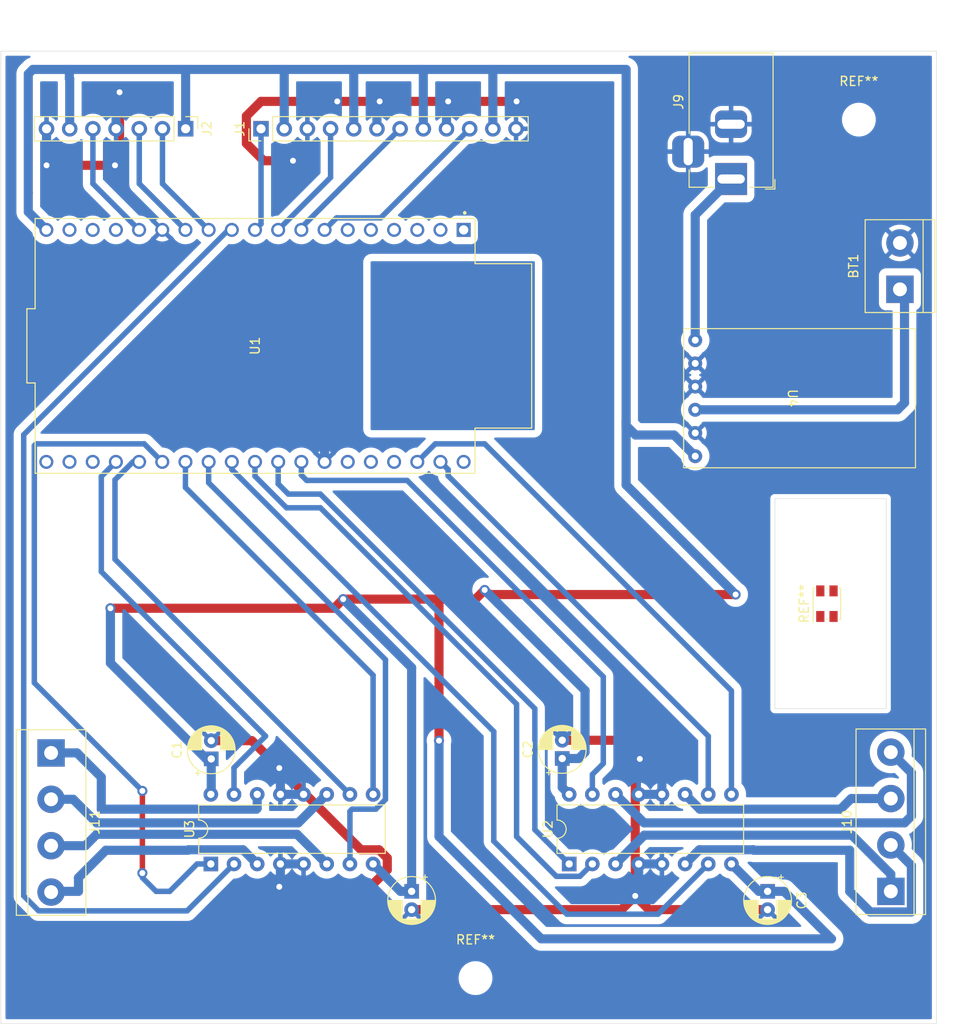
<source format=kicad_pcb>
(kicad_pcb (version 20240108) (generator "pcbnew") (generator_version "8.0")
  (layers (0 "F.Cu" signal) (31 "B.Cu" signal) (34 "B.Paste" user) (35 "F.Paste" user) (36 "B.SilkS" user "B.Silkscreen") (37 "F.SilkS" user "F.Silkscreen") (38 "B.Mask" user) (39 "F.Mask" user) (44 "Edge.Cuts" user))
  (net 0 "")
  (net 1 "GND")
  (net 2 "+BATT")
  (net 3 "+5V")
  (net 4 "/Servo1")
  (net 5 "/Servo4")
  (net 6 "/Servo2")
  (net 7 "/Servo3")
  (net 8 "/trig")
  (net 9 "/echo")
  (net 10 "/servo5")
  (net 11 "VDC")
  (net 12 "/pot_2y")
  (net 13 "/pot_4y")
  (net 14 "/pot_1y")
  (net 15 "/pot_3y")
  (net 16 "/4a(Derecha)")
  (net 18 "/PWM 2(A)")
  (net 21 "/PWM 1(B)")
  (net 22 "/2a(Derecha)")
  (net 25 "/3a(Izquierda)")
  (net 30 "/PWM 2(B)")
  (net 31 "/4a(Izquierda)")
  (net 32 "/1a(Izquierda)")
  (net 36 "/2a(Izquierda)")
  (net 39 "/3a(Derecha)")
  (net 40 "/1a(Derecha)")
  (net 42 "/PWM 1(A)")
  (net 43 "Net-(J11-Pin_3)")
  (net 44 "Net-(J11-Pin_4)")
  (net 45 "Net-(J11-Pin_2)")
  (net 46 "Net-(J11-Pin_1)")
  (footprint "Capacitor_THT:CP_Radial_D5.0mm_P2.00mm" (layer "F.Cu") (at 94.5 137 -90)
    (property "Reference" "C4" (hide yes))
    (property "Value" "1 (B)")
    (pad "1" thru_hole rect (at 0 0 270) (size 1.6 1.6) (drill 0.8) (layers "*.Cu" "*.Mask") (net 3 "+5V"))
    (pad "2" thru_hole circle (at 2 0 270) (size 1.6 1.6) (drill 0.8) (layers "*.Cu" "*.Mask") (net 1 "GND"))
  )
  (footprint "LED_SMD:LED_Kingbright_AAA3528ESGCT" (layer "F.Cu") (at 140 105.5 90)
    (property "Reference" "REF**" (at 0 -2.5 90) (layer "F.SilkS"))
    (property "Value" "LED_Kingbright_AAA3528ESGCT")
    (pad "1" smd rect (at -1.4 -0.725 90) (size 1.2 0.9) (layers "F.Cu" "F.Paste" "F.Mask"))
    (pad "2" smd rect (at 1.4 -0.725 90) (size 1.2 0.9) (layers "F.Cu" "F.Paste" "F.Mask"))
    (pad "3" smd rect (at 1.4 0.725 90) (size 1.2 0.9) (layers "F.Cu" "F.Paste" "F.Mask"))
    (pad "4" smd rect (at -1.4 0.725 90) (size 1.2 0.9) (layers "F.Cu" "F.Paste" "F.Mask"))
  )
  (footprint "Capacitor_THT:CP_Radial_D5.0mm_P2.00mm" (layer "F.Cu") (at 111 122.455112 90)
    (property "Reference" "C2" (at 1 -3.75 90) (layer "F.SilkS"))
    (property "Value" "0.1 (A)")
    (pad "1" thru_hole rect (at 0 0 90) (size 1.6 1.6) (drill 0.8) (layers "*.Cu" "*.Mask") (net 3 "+5V"))
    (pad "2" thru_hole circle (at 2 0 90) (size 1.6 1.6) (drill 0.8) (layers "*.Cu" "*.Mask") (net 1 "GND"))
  )
  (footprint "Connector_BarrelJack:BarrelJack_Horizontal" (layer "F.Cu") (at 129.5 59 -90)
    (property "Reference" "J9" (at -8.45 5.75 90) (layer "F.SilkS"))
    (property "Value" "Jack")
    (pad "1" thru_hole rect (at 0 0 270) (size 3.5 3.5) (drill oval 1 3) (layers "*.Cu" "*.Mask") (net 11 "VDC"))
    (pad "2" thru_hole roundrect (at -6 0 270) (size 3 3.5) (drill oval 1 3) (layers "*.Cu" "*.Mask") (net 1 "GND"))
    (pad "3" thru_hole roundrect (at -3 4.7 270) (size 3.5 3.5) (drill oval 3 1) (layers "*.Cu" "*.Mask") (net 1 "GND"))
  )
  (footprint "Package_DIP:DIP-16_W7.62mm" (layer "F.Cu") (at 72.5 134 90)
    (property "Reference" "U3" (at 3.81 -2.33 90) (layer "F.SilkS"))
    (property "Value" "L293D (B)")
    (pad "1" thru_hole rect (at 0 0 90) (size 1.6 1.6) (drill 0.8) (layers "*.Cu" "*.Mask") (net 21 "/PWM 1(B)"))
    (pad "2" thru_hole oval (at 0 2.54 90) (size 1.6 1.6) (drill 0.8) (layers "*.Cu" "*.Mask") (net 32 "/1a(Izquierda)"))
    (pad "3" thru_hole oval (at 0 5.08 90) (size 1.6 1.6) (drill 0.8) (layers "*.Cu" "*.Mask") (net 44 "Net-(J11-Pin_4)"))
    (pad "4" thru_hole oval (at 0 7.62 90) (size 1.6 1.6) (drill 0.8) (layers "*.Cu" "*.Mask") (net 1 "GND"))
    (pad "5" thru_hole oval (at 0 10.16 90) (size 1.6 1.6) (drill 0.8) (layers "*.Cu" "*.Mask") (net 1 "GND"))
    (pad "6" thru_hole oval (at 0 12.7 90) (size 1.6 1.6) (drill 0.8) (layers "*.Cu" "*.Mask") (net 43 "Net-(J11-Pin_3)"))
    (pad "7" thru_hole oval (at 0 15.24 90) (size 1.6 1.6) (drill 0.8) (layers "*.Cu" "*.Mask") (net 36 "/2a(Izquierda)"))
    (pad "8" thru_hole oval (at 0 17.78 90) (size 1.6 1.6) (drill 0.8) (layers "*.Cu" "*.Mask") (net 3 "+5V"))
    (pad "9" thru_hole oval (at 7.62 17.78 90) (size 1.6 1.6) (drill 0.8) (layers "*.Cu" "*.Mask") (net 30 "/PWM 2(B)"))
    (pad "10" thru_hole oval (at 7.62 15.24 90) (size 1.6 1.6) (drill 0.8) (layers "*.Cu" "*.Mask") (net 25 "/3a(Izquierda)"))
    (pad "11" thru_hole oval (at 7.62 12.7 90) (size 1.6 1.6) (drill 0.8) (layers "*.Cu" "*.Mask") (net 45 "Net-(J11-Pin_2)"))
    (pad "12" thru_hole oval (at 7.62 10.16 90) (size 1.6 1.6) (drill 0.8) (layers "*.Cu" "*.Mask") (net 1 "GND"))
    (pad "13" thru_hole oval (at 7.62 7.62 90) (size 1.6 1.6) (drill 0.8) (layers "*.Cu" "*.Mask") (net 1 "GND"))
    (pad "14" thru_hole oval (at 7.62 5.08 90) (size 1.6 1.6) (drill 0.8) (layers "*.Cu" "*.Mask") (net 46 "Net-(J11-Pin_1)"))
    (pad "15" thru_hole oval (at 7.62 2.54 90) (size 1.6 1.6) (drill 0.8) (layers "*.Cu" "*.Mask") (net 31 "/4a(Izquierda)"))
    (pad "16" thru_hole oval (at 7.62 0 90) (size 1.6 1.6) (drill 0.8) (layers "*.Cu" "*.Mask") (net 3 "+5V"))
  )
  (footprint "Capacitor_THT:CP_Radial_D5.0mm_P2.00mm" (layer "F.Cu") (at 72.544888 122.5 90)
    (property "Reference" "C1" (at 1 -3.75 90) (layer "F.SilkS"))
    (property "Value" "0.1 (B)")
    (pad "1" thru_hole rect (at 0 0 90) (size 1.6 1.6) (drill 0.8) (layers "*.Cu" "*.Mask") (net 3 "+5V"))
    (pad "2" thru_hole circle (at 2 0 90) (size 1.6 1.6) (drill 0.8) (layers "*.Cu" "*.Mask") (net 1 "GND"))
  )
  (footprint "MountingHole:MountingHole_3.2mm_M3" (layer "F.Cu") (at 101.5 146.5)
    (property "Reference" "REF**" (at 0 -4.2 0) (layer "F.SilkS"))
    (property "Value" "MountingHole_3.2mm_M3")
    (pad "" np_thru_hole circle (at 0 0) (size 3.2 3.2) (drill 3.2) (layers "*.Cu" "*.Mask"))
  )
  (footprint "TerminalBlock:TerminalBlock_bornier-4_P5.08mm" (layer "F.Cu") (at 55 121.84 -90)
    (property "Reference" "J11" (at 7.6 -4.8 90) (layer "F.SilkS"))
    (property "Value" "Motorreductores Izq (2 y 4)")
    (pad "1" thru_hole rect (at 0 0 270) (size 3 3) (drill 1.52) (layers "*.Cu" "*.Mask") (net 46 "Net-(J11-Pin_1)"))
    (pad "2" thru_hole circle (at 5.08 0 270) (size 3 3) (drill 1.52) (layers "*.Cu" "*.Mask") (net 45 "Net-(J11-Pin_2)"))
    (pad "3" thru_hole circle (at 10.16 0 270) (size 3 3) (drill 1.52) (layers "*.Cu" "*.Mask") (net 43 "Net-(J11-Pin_3)"))
    (pad "4" thru_hole circle (at 15.24 0 270) (size 3 3) (drill 1.52) (layers "*.Cu" "*.Mask") (net 44 "Net-(J11-Pin_4)"))
  )
  (footprint "cd42:mh-cd42" (layer "F.Cu") (at 137 83 -90)
    (property "Reference" "U4" (at 0 0.77 -90) (layer "F.SilkS"))
    (property "Value" "mh-cd42")
    (pad "1" thru_hole circle (at -6.35 11.43 270) (size 1.524 1.524) (drill 0.762) (layers "*.Cu" "*.Mask") (net 11 "VDC"))
    (pad "2" thru_hole circle (at -3.81 11.43 270) (size 1.524 1.524) (drill 0.762) (layers "*.Cu" "*.Mask") (net 1 "GND"))
    (pad "3" thru_hole circle (at -1.27 11.43 270) (size 1.524 1.524) (drill 0.762) (layers "*.Cu" "*.Mask") (net 1 "GND"))
    (pad "4" thru_hole circle (at 1.27 11.43 270) (size 1.524 1.524) (drill 0.762) (layers "*.Cu" "*.Mask") (net 2 "+BATT"))
    (pad "5" thru_hole circle (at 3.81 11.43 270) (size 1.524 1.524) (drill 0.762) (layers "*.Cu" "*.Mask") (net 1 "GND"))
    (pad "6" thru_hole circle (at 6.35 11.43 270) (size 1.524 1.524) (drill 0.762) (layers "*.Cu" "*.Mask") (net 3 "+5V"))
  )
  (footprint "Connector_PinHeader_2.54mm:PinHeader_1x12_P2.54mm_Vertical" (layer "F.Cu") (at 78 53.5 90)
    (property "Reference" "J1" (at 0 -2.33 90) (layer "F.SilkS"))
    (property "Value" "Brazo Robotico (4  servos)")
    (pad "1" thru_hole rect (at 0 0 90) (size 1.7 1.7) (drill 1) (layers "*.Cu" "*.Mask") (net 4 "/Servo1"))
    (pad "2" thru_hole oval (at 0 2.54 90) (size 1.7 1.7) (drill 1) (layers "*.Cu" "*.Mask") (net 3 "+5V"))
    (pad "3" thru_hole oval (at 0 5.08 90) (size 1.7 1.7) (drill 1) (layers "*.Cu" "*.Mask") (net 1 "GND"))
    (pad "4" thru_hole oval (at 0 7.62 90) (size 1.7 1.7) (drill 1) (layers "*.Cu" "*.Mask") (net 6 "/Servo2"))
    (pad "5" thru_hole oval (at 0 10.16 90) (size 1.7 1.7) (drill 1) (layers "*.Cu" "*.Mask") (net 3 "+5V"))
    (pad "6" thru_hole oval (at 0 12.7 90) (size 1.7 1.7) (drill 1) (layers "*.Cu" "*.Mask") (net 1 "GND"))
    (pad "7" thru_hole oval (at 0 15.24 90) (size 1.7 1.7) (drill 1) (layers "*.Cu" "*.Mask") (net 7 "/Servo3"))
    (pad "8" thru_hole oval (at 0 17.78 90) (size 1.7 1.7) (drill 1) (layers "*.Cu" "*.Mask") (net 3 "+5V"))
    (pad "9" thru_hole oval (at 0 20.32 90) (size 1.7 1.7) (drill 1) (layers "*.Cu" "*.Mask") (net 1 "GND"))
    (pad "10" thru_hole oval (at 0 22.86 90) (size 1.7 1.7) (drill 1) (layers "*.Cu" "*.Mask") (net 5 "/Servo4"))
    (pad "11" thru_hole oval (at 0 25.4 90) (size 1.7 1.7) (drill 1) (layers "*.Cu" "*.Mask") (net 3 "+5V"))
    (pad "12" thru_hole oval (at 0 27.94 90) (size 1.7 1.7) (drill 1) (layers "*.Cu" "*.Mask") (net 1 "GND"))
  )
  (footprint "Capacitor_THT:CP_Radial_D5.0mm_P2.00mm" (layer "F.Cu") (at 133.5 137 -90)
    (property "Reference" "C3" (at 1 -3.75 90) (layer "F.SilkS"))
    (property "Value" "1 (A)")
    (pad "1" thru_hole rect (at 0 0 270) (size 1.6 1.6) (drill 0.8) (layers "*.Cu" "*.Mask") (net 3 "+5V"))
    (pad "2" thru_hole circle (at 2 0 270) (size 1.6 1.6) (drill 0.8) (layers "*.Cu" "*.Mask") (net 1 "GND"))
  )
  (footprint "TerminalBlock:TerminalBlock_bornier-2_P5.08mm" (layer "F.Cu") (at 148 71.08 90)
    (property "Reference" "BT1" (at 2.54 -5.08 90) (layer "F.SilkS"))
    (property "Value" "Battery")
    (pad "1" thru_hole rect (at 0 0 90) (size 3 3) (drill 1.52) (layers "*.Cu" "*.Mask") (net 2 "+BATT"))
    (pad "2" thru_hole circle (at 5.08 0 90) (size 3 3) (drill 1.52) (layers "*.Cu" "*.Mask") (net 1 "GND"))
  )
  (footprint "TerminalBlock:TerminalBlock_bornier-4_P5.08mm" (layer "F.Cu") (at 147 137 90)
    (property "Reference" "J10" (at 7.6 -4.8 90) (layer "F.SilkS"))
    (property "Value" "Motorreductores Der (1 y 3)")
    (pad "1" thru_hole rect (at 0 0 90) (size 3 3) (drill 1.52) (layers "*.Cu" "*.Mask") (net 14 "/pot_1y"))
    (pad "2" thru_hole circle (at 5.08 0 90) (size 3 3) (drill 1.52) (layers "*.Cu" "*.Mask") (net 12 "/pot_2y"))
    (pad "3" thru_hole circle (at 10.16 0 90) (size 3 3) (drill 1.52) (layers "*.Cu" "*.Mask") (net 15 "/pot_3y"))
    (pad "4" thru_hole circle (at 15.24 0 90) (size 3 3) (drill 1.52) (layers "*.Cu" "*.Mask") (net 13 "/pot_4y"))
  )
  (footprint "MountingHole:MountingHole_3.2mm_M3" (layer "F.Cu") (at 143.5 52.5)
    (property "Reference" "REF**" (at 0 -4.2 0) (layer "F.SilkS"))
    (property "Value" "MountingHole_3.2mm_M3")
    (pad "" np_thru_hole circle (at 0 0) (size 3.2 3.2) (drill 3.2) (layers "*.Cu" "*.Mask"))
  )
  (footprint "Package_DIP:DIP-16_W7.62mm" (layer "F.Cu") (at 111.76 134 90)
    (property "Reference" "U2" (at 3.81 -2.33 90) (layer "F.SilkS"))
    (property "Value" "L293D (A)")
    (pad "1" thru_hole rect (at 0 0 90) (size 1.6 1.6) (drill 0.8) (layers "*.Cu" "*.Mask") (net 42 "/PWM 1(A)"))
    (pad "2" thru_hole oval (at 0 2.54 90) (size 1.6 1.6) (drill 0.8) (layers "*.Cu" "*.Mask") (net 40 "/1a(Derecha)"))
    (pad "3" thru_hole oval (at 0 5.08 90) (size 1.6 1.6) (drill 0.8) (layers "*.Cu" "*.Mask") (net 14 "/pot_1y"))
    (pad "4" thru_hole oval (at 0 7.62 90) (size 1.6 1.6) (drill 0.8) (layers "*.Cu" "*.Mask") (net 1 "GND"))
    (pad "5" thru_hole oval (at 0 10.16 90) (size 1.6 1.6) (drill 0.8) (layers "*.Cu" "*.Mask") (net 1 "GND"))
    (pad "6" thru_hole oval (at 0 12.7 90) (size 1.6 1.6) (drill 0.8) (layers "*.Cu" "*.Mask") (net 12 "/pot_2y"))
    (pad "7" thru_hole oval (at 0 15.24 90) (size 1.6 1.6) (drill 0.8) (layers "*.Cu" "*.Mask") (net 22 "/2a(Derecha)"))
    (pad "8" thru_hole oval (at 0 17.78 90) (size 1.6 1.6) (drill 0.8) (layers "*.Cu" "*.Mask") (net 3 "+5V"))
    (pad "9" thru_hole oval (at 7.62 17.78 90) (size 1.6 1.6) (drill 0.8) (layers "*.Cu" "*.Mask") (net 18 "/PWM 2(A)"))
    (pad "10" thru_hole oval (at 7.62 15.24 90) (size 1.6 1.6) (drill 0.8) (layers "*.Cu" "*.Mask") (net 39 "/3a(Derecha)"))
    (pad "11" thru_hole oval (at 7.62 12.7 90) (size 1.6 1.6) (drill 0.8) (layers "*.Cu" "*.Mask") (net 15 "/pot_3y"))
    (pad "12" thru_hole oval (at 7.62 10.16 90) (size 1.6 1.6) (drill 0.8) (layers "*.Cu" "*.Mask") (net 1 "GND"))
    (pad "13" thru_hole oval (at 7.62 7.62 90) (size 1.6 1.6) (drill 0.8) (layers "*.Cu" "*.Mask") (net 1 "GND"))
    (pad "14" thru_hole oval (at 7.62 5.08 90) (size 1.6 1.6) (drill 0.8) (layers "*.Cu" "*.Mask") (net 13 "/pot_4y"))
    (pad "15" thru_hole oval (at 7.62 2.54 90) (size 1.6 1.6) (drill 0.8) (layers "*.Cu" "*.Mask") (net 16 "/4a(Derecha)"))
    (pad "16" thru_hole oval (at 7.62 0 90) (size 1.6 1.6) (drill 0.8) (layers "*.Cu" "*.Mask") (net 3 "+5V"))
  )
  (footprint "ESP32-DEVKITC:MODULE_ESP32-DEVKITC" (layer "F.Cu") (at 77.35 77.2725 -90)
    (property "Reference" "U1" (at 0 0 90) (layer "F.SilkS"))
    (property "Value" "ESP32-DEVKITC")
    (pad "1" thru_hole rect (at -12.7 -22.85 270) (size 1.53 1.53) (drill 1.02) (layers "*.Cu" "*.Mask"))
    (pad "2" thru_hole circle (at -12.7 -20.31 270) (size 1.53 1.53) (drill 1.02) (layers "*.Cu" "*.Mask"))
    (pad "3" thru_hole circle (at -12.7 -17.77 270) (size 1.53 1.53) (drill 1.02) (layers "*.Cu" "*.Mask"))
    (pad "4" thru_hole circle (at -12.7 -15.23 270) (size 1.53 1.53) (drill 1.02) (layers "*.Cu" "*.Mask"))
    (pad "5" thru_hole circle (at -12.7 -12.69 270) (size 1.53 1.53) (drill 1.02) (layers "*.Cu" "*.Mask"))
    (pad "6" thru_hole circle (at -12.7 -10.15 270) (size 1.53 1.53) (drill 1.02) (layers "*.Cu" "*.Mask"))
    (pad "7" thru_hole circle (at -12.7 -7.61 270) (size 1.53 1.53) (drill 1.02) (layers "*.Cu" "*.Mask") (net 5 "/Servo4"))
    (pad "8" thru_hole circle (at -12.7 -5.07 270) (size 1.53 1.53) (drill 1.02) (layers "*.Cu" "*.Mask") (net 7 "/Servo3"))
    (pad "9" thru_hole circle (at -12.7 -2.53 270) (size 1.53 1.53) (drill 1.02) (layers "*.Cu" "*.Mask") (net 6 "/Servo2"))
    (pad "10" thru_hole circle (at -12.7 0.01 270) (size 1.53 1.53) (drill 1.02) (layers "*.Cu" "*.Mask") (net 4 "/Servo1"))
    (pad "11" thru_hole circle (at -12.7 2.55 270) (size 1.53 1.53) (drill 1.02) (layers "*.Cu" "*.Mask") (net 32 "/1a(Izquierda)"))
    (pad "12" thru_hole circle (at -12.7 5.09 270) (size 1.53 1.53) (drill 1.02) (layers "*.Cu" "*.Mask") (net 8 "/trig"))
    (pad "13" thru_hole circle (at -12.7 7.63 270) (size 1.53 1.53) (drill 1.02) (layers "*.Cu" "*.Mask") (net 9 "/echo"))
    (pad "14" thru_hole circle (at -12.7 10.17 270) (size 1.53 1.53) (drill 1.02) (layers "*.Cu" "*.Mask") (net 1 "GND"))
    (pad "15" thru_hole circle (at -12.7 12.71 270) (size 1.53 1.53) (drill 1.02) (layers "*.Cu" "*.Mask") (net 10 "/servo5"))
    (pad "16" thru_hole circle (at -12.7 15.25 270) (size 1.53 1.53) (drill 1.02) (layers "*.Cu" "*.Mask"))
    (pad "17" thru_hole circle (at -12.7 17.79 270) (size 1.53 1.53) (drill 1.02) (layers "*.Cu" "*.Mask"))
    (pad "18" thru_hole circle (at -12.7 20.33 270) (size 1.53 1.53) (drill 1.02) (layers "*.Cu" "*.Mask"))
    (pad "19" thru_hole circle (at -12.7 22.87 270) (size 1.53 1.53) (drill 1.02) (layers "*.Cu" "*.Mask") (net 3 "+5V"))
    (pad "20" thru_hole circle (at 12.7 22.87 270) (size 1.53 1.53) (drill 1.02) (layers "*.Cu" "*.Mask"))
    (pad "21" thru_hole circle (at 12.7 20.33 270) (size 1.53 1.53) (drill 1.02) (layers "*.Cu" "*.Mask"))
    (pad "22" thru_hole circle (at 12.7 17.79 270) (size 1.53 1.53) (drill 1.02) (layers "*.Cu" "*.Mask"))
    (pad "23" thru_hole circle (at 12.7 15.25 270) (size 1.53 1.53) (drill 1.02) (layers "*.Cu" "*.Mask") (net 31 "/4a(Izquierda)"))
    (pad "24" thru_hole circle (at 12.7 12.71 270) (size 1.53 1.53) (drill 1.02) (layers "*.Cu" "*.Mask") (net 25 "/3a(Izquierda)"))
    (pad "25" thru_hole circle (at 12.7 10.17 270) (size 1.53 1.53) (drill 1.02) (layers "*.Cu" "*.Mask") (net 21 "/PWM 1(B)"))
    (pad "26" thru_hole circle (at 12.7 7.63 270) (size 1.53 1.53) (drill 1.02) (layers "*.Cu" "*.Mask") (net 30 "/PWM 2(B)"))
    (pad "27" thru_hole circle (at 12.7 5.09 270) (size 1.53 1.53) (drill 1.02) (layers "*.Cu" "*.Mask") (net 36 "/2a(Izquierda)"))
    (pad "28" thru_hole circle (at 12.7 2.55 270) (size 1.53 1.53) (drill 1.02) (layers "*.Cu" "*.Mask") (net 22 "/2a(Derecha)"))
    (pad "29" thru_hole circle (at 12.7 0.01 270) (size 1.53 1.53) (drill 1.02) (layers "*.Cu" "*.Mask") (net 40 "/1a(Derecha)"))
    (pad "30" thru_hole circle (at 12.7 -2.53 270) (size 1.53 1.53) (drill 1.02) (layers "*.Cu" "*.Mask") (net 42 "/PWM 1(A)"))
    (pad "31" thru_hole circle (at 12.7 -5.07 270) (size 1.53 1.53) (drill 1.02) (layers "*.Cu" "*.Mask") (net 16 "/4a(Derecha)"))
    (pad "32" thru_hole circle (at 12.7 -7.61 270) (size 1.53 1.53) (drill 1.02) (layers "*.Cu" "*.Mask") (net 1 "GND"))
    (pad "33" thru_hole circle (at 12.7 -10.15 270) (size 1.53 1.53) (drill 1.02) (layers "*.Cu" "*.Mask"))
    (pad "34" thru_hole circle (at 12.7 -12.69 270) (size 1.53 1.53) (drill 1.02) (layers "*.Cu" "*.Mask"))
    (pad "35" thru_hole circle (at 12.7 -15.23 270) (size 1.53 1.53) (drill 1.02) (layers "*.Cu" "*.Mask"))
    (pad "36" thru_hole circle (at 12.7 -17.77 270) (size 1.53 1.53) (drill 1.02) (layers "*.Cu" "*.Mask") (net 18 "/PWM 2(A)"))
    (pad "37" thru_hole circle (at 12.7 -20.31 270) (size 1.53 1.53) (drill 1.02) (layers "*.Cu" "*.Mask") (net 39 "/3a(Derecha)"))
    (pad "38" thru_hole circle (at 12.7 -22.85 270) (size 1.53 1.53) (drill 1.02) (layers "*.Cu" "*.Mask"))
  )
  (footprint "Connector_PinHeader_2.54mm:PinHeader_1x07_P2.54mm_Vertical" (layer "F.Cu") (at 69.74 53.5 -90)
    (property "Reference" "J2" (at 0 -2.33 90) (layer "F.SilkS"))
    (property "Value" "Radar (5 servo y cables del sensor)")
    (pad "1" thru_hole rect (at 0 0 270) (size 1.7 1.7) (drill 1) (layers "*.Cu" "*.Mask") (net 3 "+5V"))
    (pad "2" thru_hole oval (at 0 2.54 270) (size 1.7 1.7) (drill 1) (layers "*.Cu" "*.Mask") (net 8 "/trig"))
    (pad "3" thru_hole oval (at 0 5.08 270) (size 1.7 1.7) (drill 1) (layers "*.Cu" "*.Mask") (net 9 "/echo"))
    (pad "4" thru_hole oval (at 0 7.62 270) (size 1.7 1.7) (drill 1) (layers "*.Cu" "*.Mask") (net 1 "GND"))
    (pad "5" thru_hole oval (at 0 10.16 270) (size 1.7 1.7) (drill 1) (layers "*.Cu" "*.Mask") (net 10 "/servo5"))
    (pad "6" thru_hole oval (at 0 12.7 270) (size 1.7 1.7) (drill 1) (layers "*.Cu" "*.Mask") (net 3 "+5V"))
    (pad "7" thru_hole oval (at 0 15.24 270) (size 1.7 1.7) (drill 1) (layers "*.Cu" "*.Mask") (net 1 "GND"))
  )
  (gr_rect (start 49.5 45) (end 152 151.5) (stroke (width 0.05)) (fill none) (layer "Edge.Cuts"))
  (gr_rect (start 134.3 94) (end 146.5 117) (stroke (width 0.05)) (fill none) (layer "Edge.Cuts"))
  (segment (start 91 50.5) (end 98.5 50.5) (width 1) (layer "F.Cu") (net 1))
  (segment (start 62.5 49.5) (end 62.5 57) (width 1) (layer "F.Cu") (net 1))
  (segment (start 106 50.5) (end 98.5 50.5) (width 1) (layer "F.Cu") (net 1))
  (segment (start 88.946 132.446) (end 90.923688 132.446) (width 1) (layer "F.Cu") (net 1))
  (segment (start 81.5 57) (end 78.292 57) (width 1) (layer "F.Cu") (net 1))
  (segment (start 62.5 57) (end 62 57.5) (width 1) (layer "F.Cu") (net 1))
  (segment (start 133.5 139) (end 120.5 139) (width 1) (layer "F.Cu") (net 1))
  (segment (start 86.351601 50.5) (end 91 50.5) (width 1) (layer "F.Cu") (net 1))
  (segment (start 119 137.5) (end 117.5 139) (width 1) (layer "F.Cu") (net 1))
  (segment (start 117.455112 120.455112) (end 119.5 122.5) (width 1) (layer "F.Cu") (net 1))
  (segment (start 78 50.5) (end 86.351601 50.5) (width 1) (layer "F.Cu") (net 1))
  (segment (start 77 120.5) (end 80 123.5) (width 1) (layer "F.Cu") (net 1))
  (segment (start 76.396 52.104) (end 78 50.5) (width 1) (layer "F.Cu") (net 1))
  (segment (start 76.396 55.104) (end 76.396 52.104) (width 1) (layer "F.Cu") (net 1))
  (segment (start 119 137.5) (end 119 123) (width 1) (layer "F.Cu") (net 1))
  (segment (start 54.5 57.5) (end 62 57.5) (width 1) (layer "F.Cu") (net 1))
  (segment (start 80 123.5) (end 88.946 132.446) (width 1) (layer "F.Cu") (net 1))
  (segment (start 91.834 134.643688) (end 89.977688 136.5) (width 1) (layer "F.Cu") (net 1))
  (segment (start 78.292 57) (end 76.396 55.104) (width 1) (layer "F.Cu") (net 1))
  (segment (start 119 123) (end 119.5 122.5) (width 1) (layer "F.Cu") (net 1))
  (segment (start 117.5 139) (end 94.5 139) (width 1) (layer "F.Cu") (net 1))
  (segment (start 90.923688 132.446) (end 91.834 133.356312) (width 1) (layer "F.Cu") (net 1))
  (segment (start 111 120.455112) (end 117.455112 120.455112) (width 1) (layer "F.Cu") (net 1))
  (segment (start 72.544888 120.5) (end 77 120.5) (width 1) (layer "F.Cu") (net 1))
  (segment (start 89.977688 136.5) (end 80 136.5) (width 1) (layer "F.Cu") (net 1))
  (segment (start 91.834 133.356312) (end 91.834 134.643688) (width 1) (layer "F.Cu") (net 1))
  (segment (start 120.5 139) (end 119 137.5) (width 1) (layer "F.Cu") (net 1))
  (via (at 62.5 49.5) (size 1.1) (drill 0.65) (layers "F.Cu" "B.Cu") (net 1))
  (via (at 80 123.5) (size 1.1) (drill 0.65) (layers "F.Cu" "B.Cu") (net 1))
  (via (at 86.351601 50.5) (size 1.1) (drill 0.65) (layers "F.Cu" "B.Cu") (net 1))
  (via (at 91 50.5) (size 1.1) (drill 0.65) (layers "F.Cu" "B.Cu") (net 1))
  (via (at 106 50.5) (size 1.1) (drill 0.65) (layers "F.Cu" "B.Cu") (net 1))
  (via (at 98.5 50.5) (size 1.1) (drill 0.65) (layers "F.Cu" "B.Cu") (net 1))
  (via (at 119 137.5) (size 1.1) (drill 0.65) (layers "F.Cu" "B.Cu") (net 1))
  (via (at 54.5 57.5) (size 1.1) (drill 0.65) (layers "F.Cu" "B.Cu") (net 1))
  (via (at 119.5 122.5) (size 1.1) (drill 0.65) (layers "F.Cu" "B.Cu") (net 1))
  (via (at 81.5 57) (size 1.1) (drill 0.65) (layers "F.Cu" "B.Cu") (net 1))
  (via (at 80 136.5) (size 1.1) (drill 0.65) (layers "F.Cu" "B.Cu") (net 1))
  (via (at 62 57.5) (size 1.1) (drill 0.65) (layers "F.Cu" "B.Cu") (net 1))
  (segment (start 82.66 134) (end 80.12 134) (width 1) (layer "B.Cu") (net 1))
  (segment (start 90.7 53.5) (end 90.7 50.8) (width 1) (layer "B.Cu") (net 1))
  (segment (start 98.32 50.68) (end 98.5 50.5) (width 1) (layer "B.Cu") (net 1))
  (segment (start 54.5 53.5) (end 54.5 57.5) (width 1) (layer "B.Cu") (net 1))
  (segment (start 119.38 137.12) (end 119 137.5) (width 1) (layer "B.Cu") (net 1))
  (segment (start 90.7 50.8) (end 91 50.5) (width 1) (layer "B.Cu") (net 1))
  (segment (start 111 117.5) (end 110.5 117) (width 1) (layer "B.Cu") (net 1))
  (segment (start 84.96 89.9725) (end 84.96 87.04) (width 1) (layer "B.Cu") (net 1))
  (segment (start 84.96 87.04) (end 85 87) (width 1) (layer "B.Cu") (net 1))
  (segment (start 121.92 124.92) (end 119.5 122.5) (width 1) (layer "B.Cu") (net 1))
  (segment (start 80.12 126.38) (end 80.12 123.88) (width 1) (layer "B.Cu") (net 1))
  (segment (start 121.92 126.38) (end 121.92 124.92) (width 1) (layer "B.Cu") (net 1))
  (segment (start 80.12 136.38) (end 80 136.5) (width 1) (layer "B.Cu") (net 1))
  (segment (start 111 120.455112) (end 111 117.5) (width 1) (layer "B.Cu") (net 1))
  (segment (start 80.12 126.38) (end 82.66 126.38) (width 1) (layer "B.Cu") (net 1))
  (segment (start 98.32 53.5) (end 98.32 50.68) (width 1) (layer "B.Cu") (net 1))
  (segment (start 119.38 134) (end 119.38 137.12) (width 1) (layer "B.Cu") (net 1))
  (segment (start 119.38 134) (end 121.92 134) (width 1) (layer "B.Cu") (net 1))
  (segment (start 62.12 53.5) (end 62.12 49.88) (width 1) (layer "B.Cu") (net 1))
  (segment (start 80.12 123.62) (end 80 123.5) (width 1) (layer "B.Cu") (net 1))
  (segment (start 80.12 134) (end 80.12 136.38) (width 1) (layer "B.Cu") (net 1))
  (segment (start 119.38 126.38) (end 121.92 126.38) (width 1) (layer "B.Cu") (net 1))
  (segment (start 62.12 49.88) (end 62.5 49.5) (width 1) (layer "B.Cu") (net 1))
  (segment (start 147.73 84.27) (end 148.5 83.5) (width 1) (layer "B.Cu") (net 2))
  (segment (start 125.57 84.27) (end 147.73 84.27) (width 1) (layer "B.Cu") (net 2))
  (segment (start 148.5 83.5) (end 148.5 71.04) (width 1) (layer "B.Cu") (net 2))
  (segment (start 103 104.5) (end 102.5 104) (width 1) (layer "F.Cu") (net 3))
  (segment (start 130 104.5) (end 103 104.5) (width 1) (layer "F.Cu") (net 3))
  (segment (start 87 105) (end 97.5 105) (width 1) (layer "F.Cu") (net 3))
  (segment (start 97.5 120.5) (end 97.5 105) (width 1) (layer "F.Cu") (net 3))
  (segment (start 86 106) (end 87 105) (width 1) (layer "F.Cu") (net 3))
  (segment (start 97.5 105) (end 101.5 105) (width 1) (layer "F.Cu") (net 3))
  (segment (start 61.5 106) (end 86 106) (width 1) (layer "F.Cu") (net 3))
  (segment (start 101.5 105) (end 102.5 104) (width 1) (layer "F.Cu") (net 3))
  (via (at 97.5 120.5) (size 1.1) (drill 0.65) (layers "F.Cu" "B.Cu") (net 3))
  (via (at 87 105) (size 1.1) (drill 0.65) (layers "F.Cu" "B.Cu") (net 3))
  (via (at 61.5 106) (size 1.1) (drill 0.65) (layers "F.Cu" "B.Cu") (net 3))
  (via (at 130 104.5) (size 1.1) (drill 0.65) (layers "F.Cu" "B.Cu") (net 3))
  (via (at 102.5 104) (size 1.1) (drill 0.65) (layers "F.Cu" "B.Cu") (net 3))
  (segment (start 135.3 137) (end 140.5 142.2) (width 1) (layer "B.Cu") (net 3))
  (segment (start 57 47) (end 57 48) (width 1) (layer "B.Cu") (net 3))
  (segment (start 52.5 62.5925) (end 54.48 64.5725) (width 1) (layer "B.Cu") (net 3))
  (segment (start 52.5 47.5) (end 52.5 60.5) (width 1) (layer "B.Cu") (net 3))
  (segment (start 118 86) (end 118 85.5) (width 1) (layer "B.Cu") (net 3))
  (segment (start 53 47) (end 52.5 47.5) (width 1) (layer "B.Cu") (net 3))
  (segment (start 94.5 137) (end 94.5 112.5) (width 1) (layer "B.Cu") (net 3))
  (segment (start 103.4 53.5) (end 103.4 47.1) (width 1) (layer "B.Cu") (net 3))
  (segment (start 72.544888 126.335112) (end 72.5 126.38) (width 1) (layer "B.Cu") (net 3))
  (segment (start 104 105.5) (end 102.5 104) (width 1) (layer "B.Cu") (net 3))
  (segment (start 80.5 47) (end 69.5 47) (width 1) (layer "B.Cu") (net 3))
  (segment (start 111 125.62) (end 111.76 126.38) (width 1) (layer "B.Cu") (net 3))
  (segment (start 80.54 53.5) (end 80.54 47.04) (width 1) (layer "B.Cu") (net 3))
  (segment (start 123.2535 87.0335) (end 119.0335 87.0335) (width 1) (layer "B.Cu") (net 3))
  (segment (start 52.5 60.5) (end 52.5 62.5925) (width 1) (layer "B.Cu") (net 3))
  (segment (start 69.5 47) (end 57 47) (width 1) (layer "B.Cu") (net 3))
  (segment (start 133.5 137) (end 132.54 137) (width 1) (layer "B.Cu") (net 3))
  (segment (start 88 47) (end 80.5 47) (width 1) (layer "B.Cu") (net 3))
  (segment (start 69.74 53.5) (end 69.74 47.24) (width 1) (layer "B.Cu") (net 3))
  (segment (start 133.5 137) (end 135.3 137) (width 1) (layer "B.Cu") (net 3))
  (segment (start 112.8 122.455112) (end 113.5 121.755112) (width 1) (layer "B.Cu") (net 3))
  (segment (start 88.16 47.16) (end 88 47) (width 1) (layer "B.Cu") (net 3))
  (segment (start 72.544888 122.5) (end 72 122.5) (width 1) (layer "B.Cu") (net 3))
  (segment (start 108.7 142.2) (end 97.5 131) (width 1) (layer "B.Cu") (net 3))
  (segment (start 69.74 47.24) (end 69.5 47) (width 1) (layer "B.Cu") (net 3))
  (segment (start 57 47) (end 53 47) (width 1) (layer "B.Cu") (net 3))
  (segment (start 113.5 121.755112) (end 113.5 115) (width 1) (layer "B.Cu") (net 3))
  (segment (start 57.04 48.04) (end 57.04 53.5) (width 1) (layer "B.Cu") (net 3))
  (segment (start 80.54 47.04) (end 80.5 47) (width 1) (layer "B.Cu") (net 3))
  (segment (start 94.5 137) (end 93.28 137) (width 1) (layer "B.Cu") (net 3))
  (segment (start 95.78 47.28) (end 95.5 47) (width 1) (layer "B.Cu") (net 3))
  (segment (start 57 48) (end 57.04 48.04) (width 1) (layer "B.Cu") (net 3))
  (segment (start 111 122.455112) (end 112.8 122.455112) (width 1) (layer "B.Cu") (net 3))
  (segment (start 72.544888 122.5) (end 72.544888 126.335112) (width 1) (layer "B.Cu") (net 3))
  (segment (start 97.5 131) (end 97.5 120.5) (width 1) (layer "B.Cu") (net 3))
  (segment (start 118 85.5) (end 118 47) (width 1) (layer "B.Cu") (net 3))
  (segment (start 111 122.455112) (end 111 125.62) (width 1) (layer "B.Cu") (net 3))
  (segment (start 93.28 137) (end 90.28 134) (width 1) (layer "B.Cu") (net 3))
  (segment (start 118 92.5) (end 130 104.5) (width 1) (layer "B.Cu") (net 3))
  (segment (start 118 47) (end 103.5 47) (width 1) (layer "B.Cu") (net 3))
  (segment (start 88.16 53.5) (end 88.16 47.16) (width 1) (layer "B.Cu") (net 3))
  (segment (start 113.5 115) (end 104 105.5) (width 1) (layer "B.Cu") (net 3))
  (segment (start 94.5 112.5) (end 91.5 109.5) (width 1) (layer "B.Cu") (net 3))
  (segment (start 72 122.5) (end 61.5 112) (width 1) (layer "B.Cu") (net 3))
  (segment (start 119.0335 87.0335) (end 118 86) (width 1) (layer "B.Cu") (net 3))
  (segment (start 118 85.5) (end 118 92.5) (width 1) (layer "B.Cu") (net 3))
  (segment (start 95.5 47) (end 88 47) (width 1) (layer "B.Cu") (net 3))
  (segment (start 61.5 112) (end 61.5 106) (width 1) (layer "B.Cu") (net 3))
  (segment (start 125.57 89.35) (end 123.2535 87.0335) (width 1) (layer "B.Cu") (net 3))
  (segment (start 140.5 142.2) (end 108.7 142.2) (width 1) (layer "B.Cu") (net 3))
  (segment (start 132.54 137) (end 129.54 134) (width 1) (layer "B.Cu") (net 3))
  (segment (start 103.5 47) (end 95.5 47) (width 1) (layer "B.Cu") (net 3))
  (segment (start 103.4 47.1) (end 103.5 47) (width 1) (layer "B.Cu") (net 3))
  (segment (start 95.78 53.5) (end 95.78 47.28) (width 1) (layer "B.Cu") (net 3))
  (segment (start 91.5 109.5) (end 87 105) (width 1) (layer "B.Cu") (net 3))
  (segment (start 78 53.5) (end 78 63.9125) (width 0.6) (layer "B.Cu") (net 4))
  (segment (start 78 63.9125) (end 77.34 64.5725) (width 0.6) (layer "B.Cu") (net 4))
  (segment (start 86.279 63.2535) (end 84.96 64.5725) (width 0.6) (layer "B.Cu") (net 5))
  (segment (start 100.86 53.5) (end 91.1065 63.2535) (width 0.6) (layer "B.Cu") (net 5))
  (segment (start 91.1065 63.2535) (end 86.279 63.2535) (width 0.6) (layer "B.Cu") (net 5))
  (segment (start 85.62 58.8325) (end 79.88 64.5725) (width 0.6) (layer "B.Cu") (net 6))
  (segment (start 85.62 53.5) (end 85.62 58.8325) (width 0.6) (layer "B.Cu") (net 6))
  (segment (start 82.42 64.32) (end 82.42 64.5725) (width 0.6) (layer "B.Cu") (net 7))
  (segment (start 93.24 53.5) (end 82.42 64.32) (width 0.6) (layer "B.Cu") (net 7))
  (segment (start 67.2 59.5125) (end 72.26 64.5725) (width 0.6) (layer "B.Cu") (net 8))
  (segment (start 67.2 53.5) (end 67.2 59.5125) (width 0.6) (layer "B.Cu") (net 8))
  (segment (start 64.66 53.5) (end 64.66 59.5125) (width 0.6) (layer "B.Cu") (net 9))
  (segment (start 64.66 59.5125) (end 69.72 64.5725) (width 0.6) (layer "B.Cu") (net 9))
  (segment (start 59.58 59.5125) (end 64.64 64.5725) (width 0.6) (layer "B.Cu") (net 10))
  (segment (start 59.58 53.5) (end 59.58 59.5125) (width 0.6) (layer "B.Cu") (net 10))
  (segment (start 125.57 62.93) (end 129.5 59) (width 1) (layer "B.Cu") (net 11))
  (segment (start 125.57 76.65) (end 125.57 62.93) (width 1) (layer "B.Cu") (net 11))
  (segment (start 131.946 132.446) (end 132 132.5) (width 1) (layer "B.Cu") (net 12))
  (segment (start 149.254 134.174) (end 147 131.92) (width 1) (layer "B.Cu") (net 12))
  (segment (start 124.46 134) (end 126.014 132.446) (width 1) (layer "B.Cu") (net 12))
  (segment (start 126.014 132.446) (end 131.946 132.446) (width 1) (layer "B.Cu") (net 12))
  (segment (start 144.746 139.254) (end 149.254 139.254) (width 1) (layer "B.Cu") (net 12))
  (segment (start 149.254 139.254) (end 149.254 134.174) (width 1) (layer "B.Cu") (net 12))
  (segment (start 142.5 137.008) (end 144.746 139.254) (width 1) (layer "B.Cu") (net 12))
  (segment (start 142.5 132.5) (end 142.5 137.008) (width 1) (layer "B.Cu") (net 12))
  (segment (start 132 132.5) (end 142.5 132.5) (width 1) (layer "B.Cu") (net 12))
  (segment (start 148.5 129.5) (end 149.254 128.746) (width 1) (layer "B.Cu") (net 13))
  (segment (start 149.254 124.014) (end 147 121.76) (width 1) (layer "B.Cu") (net 13))
  (segment (start 116.84 126.38) (end 119.96 129.5) (width 1) (layer "B.Cu") (net 13))
  (segment (start 119.96 129.5) (end 148.5 129.5) (width 1) (layer "B.Cu") (net 13))
  (segment (start 149.254 128.746) (end 149.254 124.014) (width 1) (layer "B.Cu") (net 13))
  (segment (start 142.740362 130.848) (end 147 135.107638) (width 1) (layer "B.Cu") (net 14))
  (segment (start 147 135.107638) (end 147 137) (width 1) (layer "B.Cu") (net 14))
  (segment (start 142.740362 130.848) (end 119.992 130.848) (width 1) (layer "B.Cu") (net 14))
  (segment (start 116.84 134) (end 119.992 130.848) (width 1) (layer "B.Cu") (net 14))
  (segment (start 141.5 128) (end 142.66 126.84) (width 1) (layer "B.Cu") (net 15))
  (segment (start 126.08 128) (end 124.46 126.38) (width 1) (layer "B.Cu") (net 15))
  (segment (start 141.5 128) (end 126.08 128) (width 1) (layer "B.Cu") (net 15))
  (segment (start 142.66 126.84) (end 147 126.84) (width 1) (layer "B.Cu") (net 15))
  (segment (start 114.3 124.2) (end 115.5 123) (width 0.6) (layer "B.Cu") (net 16))
  (segment (start 94 92) (end 83 92) (width 0.6) (layer "B.Cu") (net 16))
  (segment (start 82.42 91.42) (end 82.42 89.9725) (width 0.6) (layer "B.Cu") (net 16))
  (segment (start 115.5 123) (end 115.5 113.5) (width 0.6) (layer "B.Cu") (net 16))
  (segment (start 114.3 126.38) (end 114.3 124.2) (width 0.6) (layer "B.Cu") (net 16))
  (segment (start 83 92) (end 82.42 91.42) (width 0.6) (layer "B.Cu") (net 16))
  (segment (start 115.5 113.5) (end 94 92) (width 0.6) (layer "B.Cu") (net 16))
  (segment (start 129.54 126.38) (end 129.54 115.04) (width 0.6) (layer "B.Cu") (net 18))
  (segment (start 102.5 88) (end 97.0925 88) (width 0.6) (layer "B.Cu") (net 18))
  (segment (start 97.0925 88) (end 95.12 89.9725) (width 0.6) (layer "B.Cu") (net 18))
  (segment (start 129.54 115.04) (end 102.5 88) (width 0.6) (layer "B.Cu") (net 18))
  (segment (start 65 135) (end 65 126) (width 0.6) (layer "F.Cu") (net 21))
  (via (at 65 126) (size 1.1) (drill 0.65) (layers "F.Cu" "B.Cu") (net 21))
  (via (at 65 135) (size 1.1) (drill 0.65) (layers "F.Cu" "B.Cu") (net 21))
  (segment (start 53.161 88.193) (end 53.354 88) (width 0.6) (layer "B.Cu") (net 21))
  (segment (start 65 135.5) (end 65 135) (width 0.6) (layer "B.Cu") (net 21))
  (segment (start 53.161 114.161) (end 53.161 88.193) (width 0.6) (layer "B.Cu") (net 21))
  (segment (start 66.5 137) (end 65 135.5) (width 0.6) (layer "B.Cu") (net 21))
  (segment (start 53.354 88) (end 65.2075 88) (width 0.6) (layer "B.Cu") (net 21))
  (segment (start 71 134) (end 68 137) (width 0.6) (layer "B.Cu") (net 21))
  (segment (start 68 137) (end 66.5 137) (width 0.6) (layer "B.Cu") (net 21))
  (segment (start 65.2075 88) (end 67.18 89.9725) (width 0.6) (layer "B.Cu") (net 21))
  (segment (start 72.5 134) (end 71 134) (width 0.6) (layer "B.Cu") (net 21))
  (segment (start 65 126) (end 53.161 114.161) (width 0.6) (layer "B.Cu") (net 21))
  (segment (start 74.8 90.8) (end 74.8 89.9725) (width 0.6) (layer "B.Cu") (net 22))
  (segment (start 103.5 131.5) (end 103.5 119.5) (width 0.6) (layer "B.Cu") (net 22))
  (segment (start 121.5 139.5) (end 111.5 139.5) (width 0.6) (layer "B.Cu") (net 22))
  (segment (start 111.5 139.5) (end 103.5 131.5) (width 0.6) (layer "B.Cu") (net 22))
  (segment (start 127 134) (end 121.5 139.5) (width 0.6) (layer "B.Cu") (net 22))
  (segment (start 103.5 119.5) (end 74.8 90.8) (width 0.6) (layer "B.Cu") (net 22))
  (segment (start 62 91.937848) (end 62 100.64) (width 0.6) (layer "B.Cu") (net 25))
  (segment (start 64.64 89.9725) (end 63.965348 89.9725) (width 0.6) (layer "B.Cu") (net 25))
  (segment (start 62 100.64) (end 87.74 126.38) (width 0.6) (layer "B.Cu") (net 25))
  (segment (start 63.965348 89.9725) (end 62 91.937848) (width 0.6) (layer "B.Cu") (net 25))
  (segment (start 69.72 92.78) (end 69.72 89.9725) (width 0.6) (layer "B.Cu") (net 30))
  (segment (start 90.28 113.34) (end 69.72 92.78) (width 0.6) (layer "B.Cu") (net 30))
  (segment (start 90.28 126.38) (end 90.28 113.34) (width 0.6) (layer "B.Cu") (net 30))
  (segment (start 75.04 123.46) (end 75.04 126.38) (width 0.6) (layer "B.Cu") (net 31))
  (segment (start 78.5 120) (end 75.04 123.46) (width 0.6) (layer "B.Cu") (net 31))
  (segment (start 62.1 89.9725) (end 60.5 91.5725) (width 0.6) (layer "B.Cu") (net 31))
  (segment (start 60.5 91.5725) (end 60.5 102) (width 0.6) (layer "B.Cu") (net 31))
  (segment (start 60.5 102) (end 78.5 120) (width 0.6) (layer "B.Cu") (net 31))
  (segment (start 69.906 139.134) (end 53.634 139.134) (width 0.6) (layer "B.Cu") (net 32))
  (segment (start 74.4275 64.5725) (end 74.8 64.5725) (width 0.6) (layer "B.Cu") (net 32))
  (segment (start 53.634 139.134) (end 52 137.5) (width 0.6) (layer "B.Cu") (net 32))
  (segment (start 52 87) (end 74.4275 64.5725) (width 0.6) (layer "B.Cu") (net 32))
  (segment (start 75.04 134) (end 69.906 139.134) (width 0.6) (layer "B.Cu") (net 32))
  (segment (start 52 137.5) (end 52 87) (width 0.6) (layer "B.Cu") (net 32))
  (segment (start 72.26 92.26) (end 72.26 89.9725) (width 0.6) (layer "B.Cu") (net 36))
  (segment (start 87.74 134) (end 87.74 128.24) (width 0.6) (layer "B.Cu") (net 36))
  (segment (start 90.574846 128) (end 91.634 126.940846) (width 0.6) (layer "B.Cu") (net 36))
  (segment (start 91.634 126.940846) (end 91.634 111.634) (width 0.6) (layer "B.Cu") (net 36))
  (segment (start 91.634 111.634) (end 72.26 92.26) (width 0.6) (layer "B.Cu") (net 36))
  (segment (start 87.98 128) (end 90.574846 128) (width 0.6) (layer "B.Cu") (net 36))
  (segment (start 87.74 128.24) (end 87.98 128) (width 0.6) (layer "B.Cu") (net 36))
  (segment (start 127 120) (end 98.5 91.5) (width 0.6) (layer "B.Cu") (net 39))
  (segment (start 127 126.38) (end 127 120) (width 0.6) (layer "B.Cu") (net 39))
  (segment (start 98.5 90.8125) (end 97.66 89.9725) (width 0.6) (layer "B.Cu") (net 39))
  (segment (start 98.5 91.5) (end 98.5 90.8125) (width 0.6) (layer "B.Cu") (net 39))
  (segment (start 77.34 89.9725) (end 77.34 91.547738) (width 0.6) (layer "B.Cu") (net 40))
  (segment (start 106 131) (end 110.354 135.354) (width 0.6) (layer "B.Cu") (net 40))
  (segment (start 84.5 95) (end 106 116.5) (width 0.6) (layer "B.Cu") (net 40))
  (segment (start 112.946 135.354) (end 114.3 134) (width 0.6) (layer "B.Cu") (net 40))
  (segment (start 80.792262 95) (end 84.5 95) (width 0.6) (layer "B.Cu") (net 40))
  (segment (start 110.354 135.354) (end 112.946 135.354) (width 0.6) (layer "B.Cu") (net 40))
  (segment (start 106 116.5) (end 106 131) (width 0.6) (layer "B.Cu") (net 40))
  (segment (start 77.34 91.547738) (end 80.792262 95) (width 0.6) (layer "B.Cu") (net 40))
  (segment (start 111.76 134) (end 108 130.24) (width 0.6) (layer "B.Cu") (net 42))
  (segment (start 84.5 93.5) (end 81 93.5) (width 0.6) (layer "B.Cu") (net 42))
  (segment (start 81 93.5) (end 79.88 92.38) (width 0.6) (layer "B.Cu") (net 42))
  (segment (start 79.88 92.38) (end 79.88 89.9725) (width 0.6) (layer "B.Cu") (net 42))
  (segment (start 108 117) (end 84.5 93.5) (width 0.6) (layer "B.Cu") (net 42))
  (segment (start 108 130.24) (end 108 117) (width 0.6) (layer "B.Cu") (net 42))
  (segment (start 58.754 132) (end 55 132) (width 1) (layer "B.Cu") (net 43))
  (segment (start 60 130.754) (end 58.754 132) (width 1) (layer "B.Cu") (net 43))
  (segment (start 81.954 130.754) (end 60 130.754) (width 1) (layer "B.Cu") (net 43))
  (segment (start 85.2 134) (end 81.954 130.754) (width 1) (layer "B.Cu") (net 43))
  (segment (start 58 135.5) (end 58 137) (width 1) (layer "B.Cu") (net 44))
  (segment (start 76.026 132.446) (end 70.054 132.446) (width 1) (layer "B.Cu") (net 44))
  (segment (start 77.58 134) (end 76.026 132.446) (width 1) (layer "B.Cu") (net 44))
  (segment (start 55.08 137) (end 55 137.08) (width 1) (layer "B.Cu") (net 44))
  (segment (start 70 132.5) (end 61 132.5) (width 1) (layer "B.Cu") (net 44))
  (segment (start 70.054 132.446) (end 70 132.5) (width 1) (layer "B.Cu") (net 44))
  (segment (start 58 137) (end 55.08 137) (width 1) (layer "B.Cu") (net 44))
  (segment (start 61 132.5) (end 58 135.5) (width 1) (layer "B.Cu") (net 44))
  (segment (start 60 129.5) (end 57.42 126.92) (width 1) (layer "B.Cu") (net 45))
  (segment (start 57.42 126.92) (end 55 126.92) (width 1) (layer "B.Cu") (net 45))
  (segment (start 85.2 126.38) (end 82.08 129.5) (width 1) (layer "B.Cu") (net 45))
  (segment (start 82.08 129.5) (end 60 129.5) (width 1) (layer "B.Cu") (net 45))
  (segment (start 77.5 128) (end 60.5 128) (width 1) (layer "B.Cu") (net 46))
  (segment (start 60.5 128) (end 60.5 124.5) (width 1) (layer "B.Cu") (net 46))
  (segment (start 60.5 124.5) (end 57.84 121.84) (width 1) (layer "B.Cu") (net 46))
  (segment (start 77.58 126.38) (end 77.58 127.92) (width 1) (layer "B.Cu") (net 46))
  (segment (start 57.84 121.84) (end 55 121.84) (width 1) (layer "B.Cu") (net 46))
  (segment (start 77.58 127.92) (end 77.5 128) (width 1) (layer "B.Cu") (net 46))
  (zone (net 0) (net_name "") (layer "B.Cu") (priority 1) (connect_pads (clearance 0.5)) (min_thickness 0.25) (fill yes (thermal_gap 0.5) (thermal_bridge_width 0.5) (island_removal_mode 1) (island_area_min 10))
    (polygon (pts (xy 108 68) (xy 108 86.5) (xy 90 86.5) (xy 90 68)))
  )
  (zone (net 1) (net_name "GND") (layer "B.Cu") (connect_pads (clearance 0.8)) (min_thickness 0.25) (fill yes (thermal_gap 0.5) (thermal_bridge_width 0.5))
    (polygon (pts (xy 49.5 45) (xy 152 45) (xy 152 151.5) (xy 49.5 151.5)))
  )
)
</source>
